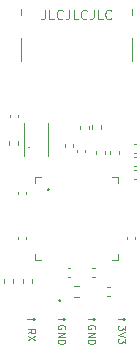
<source format=gbr>
%TF.GenerationSoftware,KiCad,Pcbnew,(6.0.1-0)*%
%TF.CreationDate,2023-04-29T18:47:22+02:00*%
%TF.ProjectId,picoprobe,7069636f-7072-46f6-9265-2e6b69636164,rev?*%
%TF.SameCoordinates,Original*%
%TF.FileFunction,Legend,Top*%
%TF.FilePolarity,Positive*%
%FSLAX46Y46*%
G04 Gerber Fmt 4.6, Leading zero omitted, Abs format (unit mm)*
G04 Created by KiCad (PCBNEW (6.0.1-0)) date 2023-04-29 18:47:22*
%MOMM*%
%LPD*%
G01*
G04 APERTURE LIST*
%ADD10C,0.100000*%
%ADD11C,0.120000*%
%ADD12C,0.160000*%
%ADD13C,0.150000*%
G04 APERTURE END LIST*
D10*
X159150000Y-110400000D02*
X159000000Y-110300000D01*
X156600000Y-110400000D02*
X156450000Y-110300000D01*
X156600000Y-110400000D02*
X156450000Y-110500000D01*
X161100000Y-110400000D02*
X161700000Y-110400000D01*
X159150000Y-110400000D02*
X159000000Y-110500000D01*
X156000000Y-110400000D02*
X156600000Y-110400000D01*
X158550000Y-110400000D02*
X159150000Y-110400000D01*
X161700000Y-110400000D02*
X161550000Y-110300000D01*
X164250000Y-110400000D02*
X164100000Y-110300000D01*
X164250000Y-110400000D02*
X164100000Y-110500000D01*
X161700000Y-110400000D02*
X161550000Y-110500000D01*
X163650000Y-110400000D02*
X164250000Y-110400000D01*
X156028571Y-111600000D02*
X156314285Y-111400000D01*
X156028571Y-111257142D02*
X156628571Y-111257142D01*
X156628571Y-111485714D01*
X156600000Y-111542857D01*
X156571428Y-111571428D01*
X156514285Y-111600000D01*
X156428571Y-111600000D01*
X156371428Y-111571428D01*
X156342857Y-111542857D01*
X156314285Y-111485714D01*
X156314285Y-111257142D01*
X156628571Y-111800000D02*
X156028571Y-112200000D01*
X156628571Y-112200000D02*
X156028571Y-111800000D01*
X157483333Y-84211904D02*
X157483333Y-84783333D01*
X157445238Y-84897619D01*
X157369047Y-84973809D01*
X157254761Y-85011904D01*
X157178571Y-85011904D01*
X158245238Y-85011904D02*
X157864285Y-85011904D01*
X157864285Y-84211904D01*
X158969047Y-84935714D02*
X158930952Y-84973809D01*
X158816666Y-85011904D01*
X158740476Y-85011904D01*
X158626190Y-84973809D01*
X158550000Y-84897619D01*
X158511904Y-84821428D01*
X158473809Y-84669047D01*
X158473809Y-84554761D01*
X158511904Y-84402380D01*
X158550000Y-84326190D01*
X158626190Y-84250000D01*
X158740476Y-84211904D01*
X158816666Y-84211904D01*
X158930952Y-84250000D01*
X158969047Y-84288095D01*
X159540476Y-84211904D02*
X159540476Y-84783333D01*
X159502380Y-84897619D01*
X159426190Y-84973809D01*
X159311904Y-85011904D01*
X159235714Y-85011904D01*
X160302380Y-85011904D02*
X159921428Y-85011904D01*
X159921428Y-84211904D01*
X161026190Y-84935714D02*
X160988095Y-84973809D01*
X160873809Y-85011904D01*
X160797619Y-85011904D01*
X160683333Y-84973809D01*
X160607142Y-84897619D01*
X160569047Y-84821428D01*
X160530952Y-84669047D01*
X160530952Y-84554761D01*
X160569047Y-84402380D01*
X160607142Y-84326190D01*
X160683333Y-84250000D01*
X160797619Y-84211904D01*
X160873809Y-84211904D01*
X160988095Y-84250000D01*
X161026190Y-84288095D01*
X161597619Y-84211904D02*
X161597619Y-84783333D01*
X161559523Y-84897619D01*
X161483333Y-84973809D01*
X161369047Y-85011904D01*
X161292857Y-85011904D01*
X162359523Y-85011904D02*
X161978571Y-85011904D01*
X161978571Y-84211904D01*
X163083333Y-84935714D02*
X163045238Y-84973809D01*
X162930952Y-85011904D01*
X162854761Y-85011904D01*
X162740476Y-84973809D01*
X162664285Y-84897619D01*
X162626190Y-84821428D01*
X162588095Y-84669047D01*
X162588095Y-84554761D01*
X162626190Y-84402380D01*
X162664285Y-84326190D01*
X162740476Y-84250000D01*
X162854761Y-84211904D01*
X162930952Y-84211904D01*
X163045238Y-84250000D01*
X163083333Y-84288095D01*
X164278571Y-110957142D02*
X164278571Y-111328571D01*
X164050000Y-111128571D01*
X164050000Y-111214285D01*
X164021428Y-111271428D01*
X163992857Y-111300000D01*
X163935714Y-111328571D01*
X163792857Y-111328571D01*
X163735714Y-111300000D01*
X163707142Y-111271428D01*
X163678571Y-111214285D01*
X163678571Y-111042857D01*
X163707142Y-110985714D01*
X163735714Y-110957142D01*
X164278571Y-111500000D02*
X163678571Y-111700000D01*
X164278571Y-111900000D01*
X164278571Y-112042857D02*
X164278571Y-112414285D01*
X164050000Y-112214285D01*
X164050000Y-112300000D01*
X164021428Y-112357142D01*
X163992857Y-112385714D01*
X163935714Y-112414285D01*
X163792857Y-112414285D01*
X163735714Y-112385714D01*
X163707142Y-112357142D01*
X163678571Y-112300000D01*
X163678571Y-112128571D01*
X163707142Y-112071428D01*
X163735714Y-112042857D01*
X159150000Y-111242857D02*
X159178571Y-111185714D01*
X159178571Y-111100000D01*
X159150000Y-111014285D01*
X159092857Y-110957142D01*
X159035714Y-110928571D01*
X158921428Y-110900000D01*
X158835714Y-110900000D01*
X158721428Y-110928571D01*
X158664285Y-110957142D01*
X158607142Y-111014285D01*
X158578571Y-111100000D01*
X158578571Y-111157142D01*
X158607142Y-111242857D01*
X158635714Y-111271428D01*
X158835714Y-111271428D01*
X158835714Y-111157142D01*
X158578571Y-111528571D02*
X159178571Y-111528571D01*
X158578571Y-111871428D01*
X159178571Y-111871428D01*
X158578571Y-112157142D02*
X159178571Y-112157142D01*
X159178571Y-112300000D01*
X159150000Y-112385714D01*
X159092857Y-112442857D01*
X159035714Y-112471428D01*
X158921428Y-112500000D01*
X158835714Y-112500000D01*
X158721428Y-112471428D01*
X158664285Y-112442857D01*
X158607142Y-112385714D01*
X158578571Y-112300000D01*
X158578571Y-112157142D01*
X161700000Y-111242857D02*
X161728571Y-111185714D01*
X161728571Y-111100000D01*
X161700000Y-111014285D01*
X161642857Y-110957142D01*
X161585714Y-110928571D01*
X161471428Y-110900000D01*
X161385714Y-110900000D01*
X161271428Y-110928571D01*
X161214285Y-110957142D01*
X161157142Y-111014285D01*
X161128571Y-111100000D01*
X161128571Y-111157142D01*
X161157142Y-111242857D01*
X161185714Y-111271428D01*
X161385714Y-111271428D01*
X161385714Y-111157142D01*
X161128571Y-111528571D02*
X161728571Y-111528571D01*
X161128571Y-111871428D01*
X161728571Y-111871428D01*
X161128571Y-112157142D02*
X161728571Y-112157142D01*
X161728571Y-112300000D01*
X161700000Y-112385714D01*
X161642857Y-112442857D01*
X161585714Y-112471428D01*
X161471428Y-112500000D01*
X161385714Y-112500000D01*
X161271428Y-112471428D01*
X161214285Y-112442857D01*
X161157142Y-112385714D01*
X161128571Y-112300000D01*
X161128571Y-112157142D01*
D11*
%TO.C,R4*%
X161205000Y-94313641D02*
X161205000Y-94006359D01*
X160445000Y-94313641D02*
X160445000Y-94006359D01*
%TO.C,C5*%
X164992164Y-98510000D02*
X165207836Y-98510000D01*
X164992164Y-97790000D02*
X165207836Y-97790000D01*
%TO.C,C11*%
X164992164Y-96310000D02*
X165207836Y-96310000D01*
X164992164Y-95590000D02*
X165207836Y-95590000D01*
%TO.C,C3*%
X162990000Y-96407836D02*
X162990000Y-96192164D01*
X163710000Y-96407836D02*
X163710000Y-96192164D01*
%TO.C,R5*%
X162255000Y-94303641D02*
X162255000Y-93996359D01*
X161495000Y-94303641D02*
X161495000Y-93996359D01*
%TO.C,C14*%
X159165000Y-95807836D02*
X159165000Y-95592164D01*
X159885000Y-95807836D02*
X159885000Y-95592164D01*
%TO.C,R6*%
X155230000Y-95653641D02*
X155230000Y-95346359D01*
X154470000Y-95653641D02*
X154470000Y-95346359D01*
%TO.C,R9*%
X162696359Y-107670000D02*
X163003641Y-107670000D01*
X162696359Y-108430000D02*
X163003641Y-108430000D01*
%TO.C,U2*%
X156650000Y-105350000D02*
X157150000Y-105350000D01*
X157150000Y-105350000D02*
X156650000Y-105350000D01*
X156650000Y-98350000D02*
X157150000Y-98350000D01*
X163650000Y-105350000D02*
X163150000Y-105350000D01*
X156650000Y-105350000D02*
X156650000Y-104850000D01*
X156650000Y-98850000D02*
X156650000Y-98350000D01*
X156650000Y-98350000D02*
X156650000Y-98850000D01*
X163650000Y-105350000D02*
X163650000Y-104850000D01*
X163650000Y-98350000D02*
X163650000Y-98850000D01*
X163650000Y-104850000D02*
X163650000Y-105350000D01*
X163650000Y-98350000D02*
X163150000Y-98350000D01*
D12*
X157830000Y-99450000D02*
G75*
G03*
X157830000Y-99450000I-80000J0D01*
G01*
D11*
%TO.C,LED1*%
X159912742Y-107552500D02*
X160387258Y-107552500D01*
X159912742Y-108552500D02*
X160387258Y-108552500D01*
D13*
X158825000Y-108852500D02*
G75*
G03*
X158825000Y-108852500I-75000J0D01*
G01*
D11*
%TO.C,C17*%
X154490000Y-93307836D02*
X154490000Y-93092164D01*
X155210000Y-93307836D02*
X155210000Y-93092164D01*
%TO.C,C8*%
X159607836Y-106810000D02*
X159392164Y-106810000D01*
X159607836Y-106090000D02*
X159392164Y-106090000D01*
%TO.C,J1*%
X155450000Y-84650000D02*
X155450000Y-84150000D01*
X155450000Y-88550000D02*
X155450000Y-86550000D01*
X164850000Y-84650000D02*
X164850000Y-84150000D01*
X164850000Y-88550000D02*
X164850000Y-86550000D01*
%TO.C,R13*%
X156380000Y-107303641D02*
X156380000Y-106996359D01*
X155620000Y-107303641D02*
X155620000Y-106996359D01*
%TO.C,U3*%
X155750000Y-96600000D02*
X155750000Y-93800000D01*
X157750000Y-96600000D02*
X157750000Y-93800000D01*
D10*
X156150000Y-95850000D02*
G75*
G03*
X156150000Y-95850000I-50000J0D01*
G01*
D11*
%TO.C,C9*%
X155190000Y-99592164D02*
X155190000Y-99807836D01*
X155910000Y-99592164D02*
X155910000Y-99807836D01*
%TO.C,C6*%
X155910000Y-103402164D02*
X155910000Y-103617836D01*
X155190000Y-103402164D02*
X155190000Y-103617836D01*
%TO.C,C13*%
X161492164Y-106090000D02*
X161707836Y-106090000D01*
X161492164Y-106810000D02*
X161707836Y-106810000D01*
%TO.C,C7*%
X164390000Y-103402164D02*
X164390000Y-103617836D01*
X165110000Y-103402164D02*
X165110000Y-103617836D01*
%TO.C,C12*%
X162560000Y-96407836D02*
X162560000Y-96192164D01*
X161840000Y-96407836D02*
X161840000Y-96192164D01*
%TO.C,R12*%
X154780000Y-107303641D02*
X154780000Y-106996359D01*
X154020000Y-107303641D02*
X154020000Y-106996359D01*
%TO.C,C4*%
X160885000Y-96257836D02*
X160885000Y-96042164D01*
X160165000Y-96257836D02*
X160165000Y-96042164D01*
%TO.C,C10*%
X164992164Y-97410000D02*
X165207836Y-97410000D01*
X164992164Y-96690000D02*
X165207836Y-96690000D01*
%TD*%
M02*

</source>
